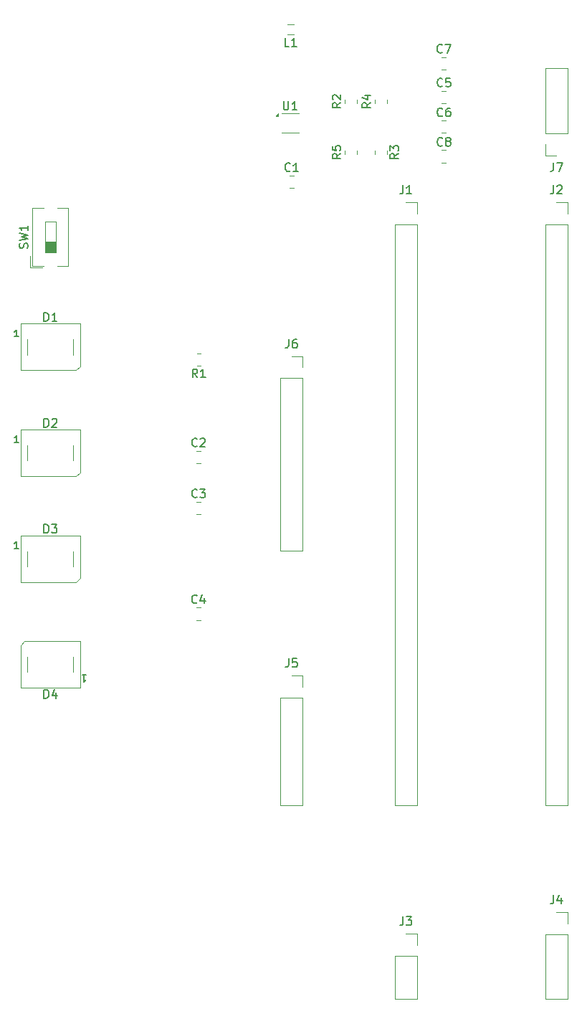
<source format=gbr>
%TF.GenerationSoftware,KiCad,Pcbnew,9.0.6*%
%TF.CreationDate,2025-11-19T01:17:59-05:00*%
%TF.ProjectId,pcb,7063622e-6b69-4636-9164-5f7063625858,rev?*%
%TF.SameCoordinates,Original*%
%TF.FileFunction,Legend,Top*%
%TF.FilePolarity,Positive*%
%FSLAX46Y46*%
G04 Gerber Fmt 4.6, Leading zero omitted, Abs format (unit mm)*
G04 Created by KiCad (PCBNEW 9.0.6) date 2025-11-19 01:17:59*
%MOMM*%
%LPD*%
G01*
G04 APERTURE LIST*
%ADD10C,0.150000*%
%ADD11C,0.120000*%
G04 APERTURE END LIST*
D10*
X90053333Y-115254580D02*
X90005714Y-115302200D01*
X90005714Y-115302200D02*
X89862857Y-115349819D01*
X89862857Y-115349819D02*
X89767619Y-115349819D01*
X89767619Y-115349819D02*
X89624762Y-115302200D01*
X89624762Y-115302200D02*
X89529524Y-115206961D01*
X89529524Y-115206961D02*
X89481905Y-115111723D01*
X89481905Y-115111723D02*
X89434286Y-114921247D01*
X89434286Y-114921247D02*
X89434286Y-114778390D01*
X89434286Y-114778390D02*
X89481905Y-114587914D01*
X89481905Y-114587914D02*
X89529524Y-114492676D01*
X89529524Y-114492676D02*
X89624762Y-114397438D01*
X89624762Y-114397438D02*
X89767619Y-114349819D01*
X89767619Y-114349819D02*
X89862857Y-114349819D01*
X89862857Y-114349819D02*
X90005714Y-114397438D01*
X90005714Y-114397438D02*
X90053333Y-114445057D01*
X90910476Y-114683152D02*
X90910476Y-115349819D01*
X90672381Y-114302200D02*
X90434286Y-115016485D01*
X90434286Y-115016485D02*
X91053333Y-115016485D01*
X90053333Y-96754580D02*
X90005714Y-96802200D01*
X90005714Y-96802200D02*
X89862857Y-96849819D01*
X89862857Y-96849819D02*
X89767619Y-96849819D01*
X89767619Y-96849819D02*
X89624762Y-96802200D01*
X89624762Y-96802200D02*
X89529524Y-96706961D01*
X89529524Y-96706961D02*
X89481905Y-96611723D01*
X89481905Y-96611723D02*
X89434286Y-96421247D01*
X89434286Y-96421247D02*
X89434286Y-96278390D01*
X89434286Y-96278390D02*
X89481905Y-96087914D01*
X89481905Y-96087914D02*
X89529524Y-95992676D01*
X89529524Y-95992676D02*
X89624762Y-95897438D01*
X89624762Y-95897438D02*
X89767619Y-95849819D01*
X89767619Y-95849819D02*
X89862857Y-95849819D01*
X89862857Y-95849819D02*
X90005714Y-95897438D01*
X90005714Y-95897438D02*
X90053333Y-95945057D01*
X90434286Y-95945057D02*
X90481905Y-95897438D01*
X90481905Y-95897438D02*
X90577143Y-95849819D01*
X90577143Y-95849819D02*
X90815238Y-95849819D01*
X90815238Y-95849819D02*
X90910476Y-95897438D01*
X90910476Y-95897438D02*
X90958095Y-95945057D01*
X90958095Y-95945057D02*
X91005714Y-96040295D01*
X91005714Y-96040295D02*
X91005714Y-96135533D01*
X91005714Y-96135533D02*
X90958095Y-96278390D01*
X90958095Y-96278390D02*
X90386667Y-96849819D01*
X90386667Y-96849819D02*
X91005714Y-96849819D01*
X100283595Y-56079819D02*
X100283595Y-56889342D01*
X100283595Y-56889342D02*
X100331214Y-56984580D01*
X100331214Y-56984580D02*
X100378833Y-57032200D01*
X100378833Y-57032200D02*
X100474071Y-57079819D01*
X100474071Y-57079819D02*
X100664547Y-57079819D01*
X100664547Y-57079819D02*
X100759785Y-57032200D01*
X100759785Y-57032200D02*
X100807404Y-56984580D01*
X100807404Y-56984580D02*
X100855023Y-56889342D01*
X100855023Y-56889342D02*
X100855023Y-56079819D01*
X101855023Y-57079819D02*
X101283595Y-57079819D01*
X101569309Y-57079819D02*
X101569309Y-56079819D01*
X101569309Y-56079819D02*
X101474071Y-56222676D01*
X101474071Y-56222676D02*
X101378833Y-56317914D01*
X101378833Y-56317914D02*
X101283595Y-56365533D01*
X113862319Y-62241666D02*
X113386128Y-62574999D01*
X113862319Y-62813094D02*
X112862319Y-62813094D01*
X112862319Y-62813094D02*
X112862319Y-62432142D01*
X112862319Y-62432142D02*
X112909938Y-62336904D01*
X112909938Y-62336904D02*
X112957557Y-62289285D01*
X112957557Y-62289285D02*
X113052795Y-62241666D01*
X113052795Y-62241666D02*
X113195652Y-62241666D01*
X113195652Y-62241666D02*
X113290890Y-62289285D01*
X113290890Y-62289285D02*
X113338509Y-62336904D01*
X113338509Y-62336904D02*
X113386128Y-62432142D01*
X113386128Y-62432142D02*
X113386128Y-62813094D01*
X112862319Y-61908332D02*
X112862319Y-61289285D01*
X112862319Y-61289285D02*
X113243271Y-61622618D01*
X113243271Y-61622618D02*
X113243271Y-61479761D01*
X113243271Y-61479761D02*
X113290890Y-61384523D01*
X113290890Y-61384523D02*
X113338509Y-61336904D01*
X113338509Y-61336904D02*
X113433747Y-61289285D01*
X113433747Y-61289285D02*
X113671842Y-61289285D01*
X113671842Y-61289285D02*
X113767080Y-61336904D01*
X113767080Y-61336904D02*
X113814700Y-61384523D01*
X113814700Y-61384523D02*
X113862319Y-61479761D01*
X113862319Y-61479761D02*
X113862319Y-61765475D01*
X113862319Y-61765475D02*
X113814700Y-61860713D01*
X113814700Y-61860713D02*
X113767080Y-61908332D01*
X71981905Y-126529819D02*
X71981905Y-125529819D01*
X71981905Y-125529819D02*
X72220000Y-125529819D01*
X72220000Y-125529819D02*
X72362857Y-125577438D01*
X72362857Y-125577438D02*
X72458095Y-125672676D01*
X72458095Y-125672676D02*
X72505714Y-125767914D01*
X72505714Y-125767914D02*
X72553333Y-125958390D01*
X72553333Y-125958390D02*
X72553333Y-126101247D01*
X72553333Y-126101247D02*
X72505714Y-126291723D01*
X72505714Y-126291723D02*
X72458095Y-126386961D01*
X72458095Y-126386961D02*
X72362857Y-126482200D01*
X72362857Y-126482200D02*
X72220000Y-126529819D01*
X72220000Y-126529819D02*
X71981905Y-126529819D01*
X73410476Y-125863152D02*
X73410476Y-126529819D01*
X73172381Y-125482200D02*
X72934286Y-126196485D01*
X72934286Y-126196485D02*
X73553333Y-126196485D01*
X76491428Y-123812704D02*
X76948571Y-123812704D01*
X76719999Y-123812704D02*
X76719999Y-124612704D01*
X76719999Y-124612704D02*
X76796190Y-124498419D01*
X76796190Y-124498419D02*
X76872380Y-124422228D01*
X76872380Y-124422228D02*
X76948571Y-124384133D01*
X119053333Y-61254580D02*
X119005714Y-61302200D01*
X119005714Y-61302200D02*
X118862857Y-61349819D01*
X118862857Y-61349819D02*
X118767619Y-61349819D01*
X118767619Y-61349819D02*
X118624762Y-61302200D01*
X118624762Y-61302200D02*
X118529524Y-61206961D01*
X118529524Y-61206961D02*
X118481905Y-61111723D01*
X118481905Y-61111723D02*
X118434286Y-60921247D01*
X118434286Y-60921247D02*
X118434286Y-60778390D01*
X118434286Y-60778390D02*
X118481905Y-60587914D01*
X118481905Y-60587914D02*
X118529524Y-60492676D01*
X118529524Y-60492676D02*
X118624762Y-60397438D01*
X118624762Y-60397438D02*
X118767619Y-60349819D01*
X118767619Y-60349819D02*
X118862857Y-60349819D01*
X118862857Y-60349819D02*
X119005714Y-60397438D01*
X119005714Y-60397438D02*
X119053333Y-60445057D01*
X119624762Y-60778390D02*
X119529524Y-60730771D01*
X119529524Y-60730771D02*
X119481905Y-60683152D01*
X119481905Y-60683152D02*
X119434286Y-60587914D01*
X119434286Y-60587914D02*
X119434286Y-60540295D01*
X119434286Y-60540295D02*
X119481905Y-60445057D01*
X119481905Y-60445057D02*
X119529524Y-60397438D01*
X119529524Y-60397438D02*
X119624762Y-60349819D01*
X119624762Y-60349819D02*
X119815238Y-60349819D01*
X119815238Y-60349819D02*
X119910476Y-60397438D01*
X119910476Y-60397438D02*
X119958095Y-60445057D01*
X119958095Y-60445057D02*
X120005714Y-60540295D01*
X120005714Y-60540295D02*
X120005714Y-60587914D01*
X120005714Y-60587914D02*
X119958095Y-60683152D01*
X119958095Y-60683152D02*
X119910476Y-60730771D01*
X119910476Y-60730771D02*
X119815238Y-60778390D01*
X119815238Y-60778390D02*
X119624762Y-60778390D01*
X119624762Y-60778390D02*
X119529524Y-60826009D01*
X119529524Y-60826009D02*
X119481905Y-60873628D01*
X119481905Y-60873628D02*
X119434286Y-60968866D01*
X119434286Y-60968866D02*
X119434286Y-61159342D01*
X119434286Y-61159342D02*
X119481905Y-61254580D01*
X119481905Y-61254580D02*
X119529524Y-61302200D01*
X119529524Y-61302200D02*
X119624762Y-61349819D01*
X119624762Y-61349819D02*
X119815238Y-61349819D01*
X119815238Y-61349819D02*
X119910476Y-61302200D01*
X119910476Y-61302200D02*
X119958095Y-61254580D01*
X119958095Y-61254580D02*
X120005714Y-61159342D01*
X120005714Y-61159342D02*
X120005714Y-60968866D01*
X120005714Y-60968866D02*
X119958095Y-60873628D01*
X119958095Y-60873628D02*
X119910476Y-60826009D01*
X119910476Y-60826009D02*
X119815238Y-60778390D01*
X119015833Y-50254580D02*
X118968214Y-50302200D01*
X118968214Y-50302200D02*
X118825357Y-50349819D01*
X118825357Y-50349819D02*
X118730119Y-50349819D01*
X118730119Y-50349819D02*
X118587262Y-50302200D01*
X118587262Y-50302200D02*
X118492024Y-50206961D01*
X118492024Y-50206961D02*
X118444405Y-50111723D01*
X118444405Y-50111723D02*
X118396786Y-49921247D01*
X118396786Y-49921247D02*
X118396786Y-49778390D01*
X118396786Y-49778390D02*
X118444405Y-49587914D01*
X118444405Y-49587914D02*
X118492024Y-49492676D01*
X118492024Y-49492676D02*
X118587262Y-49397438D01*
X118587262Y-49397438D02*
X118730119Y-49349819D01*
X118730119Y-49349819D02*
X118825357Y-49349819D01*
X118825357Y-49349819D02*
X118968214Y-49397438D01*
X118968214Y-49397438D02*
X119015833Y-49445057D01*
X119349167Y-49349819D02*
X120015833Y-49349819D01*
X120015833Y-49349819D02*
X119587262Y-50349819D01*
X132166666Y-63339819D02*
X132166666Y-64054104D01*
X132166666Y-64054104D02*
X132119047Y-64196961D01*
X132119047Y-64196961D02*
X132023809Y-64292200D01*
X132023809Y-64292200D02*
X131880952Y-64339819D01*
X131880952Y-64339819D02*
X131785714Y-64339819D01*
X132547619Y-63339819D02*
X133214285Y-63339819D01*
X133214285Y-63339819D02*
X132785714Y-64339819D01*
X132166666Y-65984819D02*
X132166666Y-66699104D01*
X132166666Y-66699104D02*
X132119047Y-66841961D01*
X132119047Y-66841961D02*
X132023809Y-66937200D01*
X132023809Y-66937200D02*
X131880952Y-66984819D01*
X131880952Y-66984819D02*
X131785714Y-66984819D01*
X132595238Y-66080057D02*
X132642857Y-66032438D01*
X132642857Y-66032438D02*
X132738095Y-65984819D01*
X132738095Y-65984819D02*
X132976190Y-65984819D01*
X132976190Y-65984819D02*
X133071428Y-66032438D01*
X133071428Y-66032438D02*
X133119047Y-66080057D01*
X133119047Y-66080057D02*
X133166666Y-66175295D01*
X133166666Y-66175295D02*
X133166666Y-66270533D01*
X133166666Y-66270533D02*
X133119047Y-66413390D01*
X133119047Y-66413390D02*
X132547619Y-66984819D01*
X132547619Y-66984819D02*
X133166666Y-66984819D01*
X100940833Y-49579819D02*
X100464643Y-49579819D01*
X100464643Y-49579819D02*
X100464643Y-48579819D01*
X101797976Y-49579819D02*
X101226548Y-49579819D01*
X101512262Y-49579819D02*
X101512262Y-48579819D01*
X101512262Y-48579819D02*
X101417024Y-48722676D01*
X101417024Y-48722676D02*
X101321786Y-48817914D01*
X101321786Y-48817914D02*
X101226548Y-48865533D01*
X101053333Y-64254580D02*
X101005714Y-64302200D01*
X101005714Y-64302200D02*
X100862857Y-64349819D01*
X100862857Y-64349819D02*
X100767619Y-64349819D01*
X100767619Y-64349819D02*
X100624762Y-64302200D01*
X100624762Y-64302200D02*
X100529524Y-64206961D01*
X100529524Y-64206961D02*
X100481905Y-64111723D01*
X100481905Y-64111723D02*
X100434286Y-63921247D01*
X100434286Y-63921247D02*
X100434286Y-63778390D01*
X100434286Y-63778390D02*
X100481905Y-63587914D01*
X100481905Y-63587914D02*
X100529524Y-63492676D01*
X100529524Y-63492676D02*
X100624762Y-63397438D01*
X100624762Y-63397438D02*
X100767619Y-63349819D01*
X100767619Y-63349819D02*
X100862857Y-63349819D01*
X100862857Y-63349819D02*
X101005714Y-63397438D01*
X101005714Y-63397438D02*
X101053333Y-63445057D01*
X102005714Y-64349819D02*
X101434286Y-64349819D01*
X101720000Y-64349819D02*
X101720000Y-63349819D01*
X101720000Y-63349819D02*
X101624762Y-63492676D01*
X101624762Y-63492676D02*
X101529524Y-63587914D01*
X101529524Y-63587914D02*
X101434286Y-63635533D01*
X71981905Y-107029819D02*
X71981905Y-106029819D01*
X71981905Y-106029819D02*
X72220000Y-106029819D01*
X72220000Y-106029819D02*
X72362857Y-106077438D01*
X72362857Y-106077438D02*
X72458095Y-106172676D01*
X72458095Y-106172676D02*
X72505714Y-106267914D01*
X72505714Y-106267914D02*
X72553333Y-106458390D01*
X72553333Y-106458390D02*
X72553333Y-106601247D01*
X72553333Y-106601247D02*
X72505714Y-106791723D01*
X72505714Y-106791723D02*
X72458095Y-106886961D01*
X72458095Y-106886961D02*
X72362857Y-106982200D01*
X72362857Y-106982200D02*
X72220000Y-107029819D01*
X72220000Y-107029819D02*
X71981905Y-107029819D01*
X72886667Y-106029819D02*
X73505714Y-106029819D01*
X73505714Y-106029819D02*
X73172381Y-106410771D01*
X73172381Y-106410771D02*
X73315238Y-106410771D01*
X73315238Y-106410771D02*
X73410476Y-106458390D01*
X73410476Y-106458390D02*
X73458095Y-106506009D01*
X73458095Y-106506009D02*
X73505714Y-106601247D01*
X73505714Y-106601247D02*
X73505714Y-106839342D01*
X73505714Y-106839342D02*
X73458095Y-106934580D01*
X73458095Y-106934580D02*
X73410476Y-106982200D01*
X73410476Y-106982200D02*
X73315238Y-107029819D01*
X73315238Y-107029819D02*
X73029524Y-107029819D01*
X73029524Y-107029819D02*
X72934286Y-106982200D01*
X72934286Y-106982200D02*
X72886667Y-106934580D01*
X68948571Y-108837295D02*
X68491428Y-108837295D01*
X68720000Y-108837295D02*
X68720000Y-108037295D01*
X68720000Y-108037295D02*
X68643809Y-108151580D01*
X68643809Y-108151580D02*
X68567619Y-108227771D01*
X68567619Y-108227771D02*
X68491428Y-108265866D01*
X114386666Y-152344819D02*
X114386666Y-153059104D01*
X114386666Y-153059104D02*
X114339047Y-153201961D01*
X114339047Y-153201961D02*
X114243809Y-153297200D01*
X114243809Y-153297200D02*
X114100952Y-153344819D01*
X114100952Y-153344819D02*
X114005714Y-153344819D01*
X114767619Y-152344819D02*
X115386666Y-152344819D01*
X115386666Y-152344819D02*
X115053333Y-152725771D01*
X115053333Y-152725771D02*
X115196190Y-152725771D01*
X115196190Y-152725771D02*
X115291428Y-152773390D01*
X115291428Y-152773390D02*
X115339047Y-152821009D01*
X115339047Y-152821009D02*
X115386666Y-152916247D01*
X115386666Y-152916247D02*
X115386666Y-153154342D01*
X115386666Y-153154342D02*
X115339047Y-153249580D01*
X115339047Y-153249580D02*
X115291428Y-153297200D01*
X115291428Y-153297200D02*
X115196190Y-153344819D01*
X115196190Y-153344819D02*
X114910476Y-153344819D01*
X114910476Y-153344819D02*
X114815238Y-153297200D01*
X114815238Y-153297200D02*
X114767619Y-153249580D01*
X119053333Y-57754580D02*
X119005714Y-57802200D01*
X119005714Y-57802200D02*
X118862857Y-57849819D01*
X118862857Y-57849819D02*
X118767619Y-57849819D01*
X118767619Y-57849819D02*
X118624762Y-57802200D01*
X118624762Y-57802200D02*
X118529524Y-57706961D01*
X118529524Y-57706961D02*
X118481905Y-57611723D01*
X118481905Y-57611723D02*
X118434286Y-57421247D01*
X118434286Y-57421247D02*
X118434286Y-57278390D01*
X118434286Y-57278390D02*
X118481905Y-57087914D01*
X118481905Y-57087914D02*
X118529524Y-56992676D01*
X118529524Y-56992676D02*
X118624762Y-56897438D01*
X118624762Y-56897438D02*
X118767619Y-56849819D01*
X118767619Y-56849819D02*
X118862857Y-56849819D01*
X118862857Y-56849819D02*
X119005714Y-56897438D01*
X119005714Y-56897438D02*
X119053333Y-56945057D01*
X119910476Y-56849819D02*
X119720000Y-56849819D01*
X119720000Y-56849819D02*
X119624762Y-56897438D01*
X119624762Y-56897438D02*
X119577143Y-56945057D01*
X119577143Y-56945057D02*
X119481905Y-57087914D01*
X119481905Y-57087914D02*
X119434286Y-57278390D01*
X119434286Y-57278390D02*
X119434286Y-57659342D01*
X119434286Y-57659342D02*
X119481905Y-57754580D01*
X119481905Y-57754580D02*
X119529524Y-57802200D01*
X119529524Y-57802200D02*
X119624762Y-57849819D01*
X119624762Y-57849819D02*
X119815238Y-57849819D01*
X119815238Y-57849819D02*
X119910476Y-57802200D01*
X119910476Y-57802200D02*
X119958095Y-57754580D01*
X119958095Y-57754580D02*
X120005714Y-57659342D01*
X120005714Y-57659342D02*
X120005714Y-57421247D01*
X120005714Y-57421247D02*
X119958095Y-57326009D01*
X119958095Y-57326009D02*
X119910476Y-57278390D01*
X119910476Y-57278390D02*
X119815238Y-57230771D01*
X119815238Y-57230771D02*
X119624762Y-57230771D01*
X119624762Y-57230771D02*
X119529524Y-57278390D01*
X119529524Y-57278390D02*
X119481905Y-57326009D01*
X119481905Y-57326009D02*
X119434286Y-57421247D01*
X107024819Y-56241666D02*
X106548628Y-56574999D01*
X107024819Y-56813094D02*
X106024819Y-56813094D01*
X106024819Y-56813094D02*
X106024819Y-56432142D01*
X106024819Y-56432142D02*
X106072438Y-56336904D01*
X106072438Y-56336904D02*
X106120057Y-56289285D01*
X106120057Y-56289285D02*
X106215295Y-56241666D01*
X106215295Y-56241666D02*
X106358152Y-56241666D01*
X106358152Y-56241666D02*
X106453390Y-56289285D01*
X106453390Y-56289285D02*
X106501009Y-56336904D01*
X106501009Y-56336904D02*
X106548628Y-56432142D01*
X106548628Y-56432142D02*
X106548628Y-56813094D01*
X106120057Y-55860713D02*
X106072438Y-55813094D01*
X106072438Y-55813094D02*
X106024819Y-55717856D01*
X106024819Y-55717856D02*
X106024819Y-55479761D01*
X106024819Y-55479761D02*
X106072438Y-55384523D01*
X106072438Y-55384523D02*
X106120057Y-55336904D01*
X106120057Y-55336904D02*
X106215295Y-55289285D01*
X106215295Y-55289285D02*
X106310533Y-55289285D01*
X106310533Y-55289285D02*
X106453390Y-55336904D01*
X106453390Y-55336904D02*
X107024819Y-55908332D01*
X107024819Y-55908332D02*
X107024819Y-55289285D01*
X71981905Y-94529819D02*
X71981905Y-93529819D01*
X71981905Y-93529819D02*
X72220000Y-93529819D01*
X72220000Y-93529819D02*
X72362857Y-93577438D01*
X72362857Y-93577438D02*
X72458095Y-93672676D01*
X72458095Y-93672676D02*
X72505714Y-93767914D01*
X72505714Y-93767914D02*
X72553333Y-93958390D01*
X72553333Y-93958390D02*
X72553333Y-94101247D01*
X72553333Y-94101247D02*
X72505714Y-94291723D01*
X72505714Y-94291723D02*
X72458095Y-94386961D01*
X72458095Y-94386961D02*
X72362857Y-94482200D01*
X72362857Y-94482200D02*
X72220000Y-94529819D01*
X72220000Y-94529819D02*
X71981905Y-94529819D01*
X72934286Y-93625057D02*
X72981905Y-93577438D01*
X72981905Y-93577438D02*
X73077143Y-93529819D01*
X73077143Y-93529819D02*
X73315238Y-93529819D01*
X73315238Y-93529819D02*
X73410476Y-93577438D01*
X73410476Y-93577438D02*
X73458095Y-93625057D01*
X73458095Y-93625057D02*
X73505714Y-93720295D01*
X73505714Y-93720295D02*
X73505714Y-93815533D01*
X73505714Y-93815533D02*
X73458095Y-93958390D01*
X73458095Y-93958390D02*
X72886667Y-94529819D01*
X72886667Y-94529819D02*
X73505714Y-94529819D01*
X68948571Y-96337295D02*
X68491428Y-96337295D01*
X68720000Y-96337295D02*
X68720000Y-95537295D01*
X68720000Y-95537295D02*
X68643809Y-95651580D01*
X68643809Y-95651580D02*
X68567619Y-95727771D01*
X68567619Y-95727771D02*
X68491428Y-95765866D01*
X90053333Y-102754580D02*
X90005714Y-102802200D01*
X90005714Y-102802200D02*
X89862857Y-102849819D01*
X89862857Y-102849819D02*
X89767619Y-102849819D01*
X89767619Y-102849819D02*
X89624762Y-102802200D01*
X89624762Y-102802200D02*
X89529524Y-102706961D01*
X89529524Y-102706961D02*
X89481905Y-102611723D01*
X89481905Y-102611723D02*
X89434286Y-102421247D01*
X89434286Y-102421247D02*
X89434286Y-102278390D01*
X89434286Y-102278390D02*
X89481905Y-102087914D01*
X89481905Y-102087914D02*
X89529524Y-101992676D01*
X89529524Y-101992676D02*
X89624762Y-101897438D01*
X89624762Y-101897438D02*
X89767619Y-101849819D01*
X89767619Y-101849819D02*
X89862857Y-101849819D01*
X89862857Y-101849819D02*
X90005714Y-101897438D01*
X90005714Y-101897438D02*
X90053333Y-101945057D01*
X90386667Y-101849819D02*
X91005714Y-101849819D01*
X91005714Y-101849819D02*
X90672381Y-102230771D01*
X90672381Y-102230771D02*
X90815238Y-102230771D01*
X90815238Y-102230771D02*
X90910476Y-102278390D01*
X90910476Y-102278390D02*
X90958095Y-102326009D01*
X90958095Y-102326009D02*
X91005714Y-102421247D01*
X91005714Y-102421247D02*
X91005714Y-102659342D01*
X91005714Y-102659342D02*
X90958095Y-102754580D01*
X90958095Y-102754580D02*
X90910476Y-102802200D01*
X90910476Y-102802200D02*
X90815238Y-102849819D01*
X90815238Y-102849819D02*
X90529524Y-102849819D01*
X90529524Y-102849819D02*
X90434286Y-102802200D01*
X90434286Y-102802200D02*
X90386667Y-102754580D01*
X107024819Y-62241666D02*
X106548628Y-62574999D01*
X107024819Y-62813094D02*
X106024819Y-62813094D01*
X106024819Y-62813094D02*
X106024819Y-62432142D01*
X106024819Y-62432142D02*
X106072438Y-62336904D01*
X106072438Y-62336904D02*
X106120057Y-62289285D01*
X106120057Y-62289285D02*
X106215295Y-62241666D01*
X106215295Y-62241666D02*
X106358152Y-62241666D01*
X106358152Y-62241666D02*
X106453390Y-62289285D01*
X106453390Y-62289285D02*
X106501009Y-62336904D01*
X106501009Y-62336904D02*
X106548628Y-62432142D01*
X106548628Y-62432142D02*
X106548628Y-62813094D01*
X106024819Y-61336904D02*
X106024819Y-61813094D01*
X106024819Y-61813094D02*
X106501009Y-61860713D01*
X106501009Y-61860713D02*
X106453390Y-61813094D01*
X106453390Y-61813094D02*
X106405771Y-61717856D01*
X106405771Y-61717856D02*
X106405771Y-61479761D01*
X106405771Y-61479761D02*
X106453390Y-61384523D01*
X106453390Y-61384523D02*
X106501009Y-61336904D01*
X106501009Y-61336904D02*
X106596247Y-61289285D01*
X106596247Y-61289285D02*
X106834342Y-61289285D01*
X106834342Y-61289285D02*
X106929580Y-61336904D01*
X106929580Y-61336904D02*
X106977200Y-61384523D01*
X106977200Y-61384523D02*
X107024819Y-61479761D01*
X107024819Y-61479761D02*
X107024819Y-61717856D01*
X107024819Y-61717856D02*
X106977200Y-61813094D01*
X106977200Y-61813094D02*
X106929580Y-61860713D01*
X119053333Y-54254580D02*
X119005714Y-54302200D01*
X119005714Y-54302200D02*
X118862857Y-54349819D01*
X118862857Y-54349819D02*
X118767619Y-54349819D01*
X118767619Y-54349819D02*
X118624762Y-54302200D01*
X118624762Y-54302200D02*
X118529524Y-54206961D01*
X118529524Y-54206961D02*
X118481905Y-54111723D01*
X118481905Y-54111723D02*
X118434286Y-53921247D01*
X118434286Y-53921247D02*
X118434286Y-53778390D01*
X118434286Y-53778390D02*
X118481905Y-53587914D01*
X118481905Y-53587914D02*
X118529524Y-53492676D01*
X118529524Y-53492676D02*
X118624762Y-53397438D01*
X118624762Y-53397438D02*
X118767619Y-53349819D01*
X118767619Y-53349819D02*
X118862857Y-53349819D01*
X118862857Y-53349819D02*
X119005714Y-53397438D01*
X119005714Y-53397438D02*
X119053333Y-53445057D01*
X119958095Y-53349819D02*
X119481905Y-53349819D01*
X119481905Y-53349819D02*
X119434286Y-53826009D01*
X119434286Y-53826009D02*
X119481905Y-53778390D01*
X119481905Y-53778390D02*
X119577143Y-53730771D01*
X119577143Y-53730771D02*
X119815238Y-53730771D01*
X119815238Y-53730771D02*
X119910476Y-53778390D01*
X119910476Y-53778390D02*
X119958095Y-53826009D01*
X119958095Y-53826009D02*
X120005714Y-53921247D01*
X120005714Y-53921247D02*
X120005714Y-54159342D01*
X120005714Y-54159342D02*
X119958095Y-54254580D01*
X119958095Y-54254580D02*
X119910476Y-54302200D01*
X119910476Y-54302200D02*
X119815238Y-54349819D01*
X119815238Y-54349819D02*
X119577143Y-54349819D01*
X119577143Y-54349819D02*
X119481905Y-54302200D01*
X119481905Y-54302200D02*
X119434286Y-54254580D01*
X114386666Y-65984819D02*
X114386666Y-66699104D01*
X114386666Y-66699104D02*
X114339047Y-66841961D01*
X114339047Y-66841961D02*
X114243809Y-66937200D01*
X114243809Y-66937200D02*
X114100952Y-66984819D01*
X114100952Y-66984819D02*
X114005714Y-66984819D01*
X115386666Y-66984819D02*
X114815238Y-66984819D01*
X115100952Y-66984819D02*
X115100952Y-65984819D01*
X115100952Y-65984819D02*
X115005714Y-66127676D01*
X115005714Y-66127676D02*
X114910476Y-66222914D01*
X114910476Y-66222914D02*
X114815238Y-66270533D01*
X90090833Y-88679819D02*
X89757500Y-88203628D01*
X89519405Y-88679819D02*
X89519405Y-87679819D01*
X89519405Y-87679819D02*
X89900357Y-87679819D01*
X89900357Y-87679819D02*
X89995595Y-87727438D01*
X89995595Y-87727438D02*
X90043214Y-87775057D01*
X90043214Y-87775057D02*
X90090833Y-87870295D01*
X90090833Y-87870295D02*
X90090833Y-88013152D01*
X90090833Y-88013152D02*
X90043214Y-88108390D01*
X90043214Y-88108390D02*
X89995595Y-88156009D01*
X89995595Y-88156009D02*
X89900357Y-88203628D01*
X89900357Y-88203628D02*
X89519405Y-88203628D01*
X91043214Y-88679819D02*
X90471786Y-88679819D01*
X90757500Y-88679819D02*
X90757500Y-87679819D01*
X90757500Y-87679819D02*
X90662262Y-87822676D01*
X90662262Y-87822676D02*
X90567024Y-87917914D01*
X90567024Y-87917914D02*
X90471786Y-87965533D01*
X100886666Y-121864819D02*
X100886666Y-122579104D01*
X100886666Y-122579104D02*
X100839047Y-122721961D01*
X100839047Y-122721961D02*
X100743809Y-122817200D01*
X100743809Y-122817200D02*
X100600952Y-122864819D01*
X100600952Y-122864819D02*
X100505714Y-122864819D01*
X101839047Y-121864819D02*
X101362857Y-121864819D01*
X101362857Y-121864819D02*
X101315238Y-122341009D01*
X101315238Y-122341009D02*
X101362857Y-122293390D01*
X101362857Y-122293390D02*
X101458095Y-122245771D01*
X101458095Y-122245771D02*
X101696190Y-122245771D01*
X101696190Y-122245771D02*
X101791428Y-122293390D01*
X101791428Y-122293390D02*
X101839047Y-122341009D01*
X101839047Y-122341009D02*
X101886666Y-122436247D01*
X101886666Y-122436247D02*
X101886666Y-122674342D01*
X101886666Y-122674342D02*
X101839047Y-122769580D01*
X101839047Y-122769580D02*
X101791428Y-122817200D01*
X101791428Y-122817200D02*
X101696190Y-122864819D01*
X101696190Y-122864819D02*
X101458095Y-122864819D01*
X101458095Y-122864819D02*
X101362857Y-122817200D01*
X101362857Y-122817200D02*
X101315238Y-122769580D01*
X70017200Y-73408332D02*
X70064819Y-73265475D01*
X70064819Y-73265475D02*
X70064819Y-73027380D01*
X70064819Y-73027380D02*
X70017200Y-72932142D01*
X70017200Y-72932142D02*
X69969580Y-72884523D01*
X69969580Y-72884523D02*
X69874342Y-72836904D01*
X69874342Y-72836904D02*
X69779104Y-72836904D01*
X69779104Y-72836904D02*
X69683866Y-72884523D01*
X69683866Y-72884523D02*
X69636247Y-72932142D01*
X69636247Y-72932142D02*
X69588628Y-73027380D01*
X69588628Y-73027380D02*
X69541009Y-73217856D01*
X69541009Y-73217856D02*
X69493390Y-73313094D01*
X69493390Y-73313094D02*
X69445771Y-73360713D01*
X69445771Y-73360713D02*
X69350533Y-73408332D01*
X69350533Y-73408332D02*
X69255295Y-73408332D01*
X69255295Y-73408332D02*
X69160057Y-73360713D01*
X69160057Y-73360713D02*
X69112438Y-73313094D01*
X69112438Y-73313094D02*
X69064819Y-73217856D01*
X69064819Y-73217856D02*
X69064819Y-72979761D01*
X69064819Y-72979761D02*
X69112438Y-72836904D01*
X69064819Y-72503570D02*
X70064819Y-72265475D01*
X70064819Y-72265475D02*
X69350533Y-72074999D01*
X69350533Y-72074999D02*
X70064819Y-71884523D01*
X70064819Y-71884523D02*
X69064819Y-71646428D01*
X70064819Y-70741666D02*
X70064819Y-71313094D01*
X70064819Y-71027380D02*
X69064819Y-71027380D01*
X69064819Y-71027380D02*
X69207676Y-71122618D01*
X69207676Y-71122618D02*
X69302914Y-71217856D01*
X69302914Y-71217856D02*
X69350533Y-71313094D01*
X71981905Y-82029819D02*
X71981905Y-81029819D01*
X71981905Y-81029819D02*
X72220000Y-81029819D01*
X72220000Y-81029819D02*
X72362857Y-81077438D01*
X72362857Y-81077438D02*
X72458095Y-81172676D01*
X72458095Y-81172676D02*
X72505714Y-81267914D01*
X72505714Y-81267914D02*
X72553333Y-81458390D01*
X72553333Y-81458390D02*
X72553333Y-81601247D01*
X72553333Y-81601247D02*
X72505714Y-81791723D01*
X72505714Y-81791723D02*
X72458095Y-81886961D01*
X72458095Y-81886961D02*
X72362857Y-81982200D01*
X72362857Y-81982200D02*
X72220000Y-82029819D01*
X72220000Y-82029819D02*
X71981905Y-82029819D01*
X73505714Y-82029819D02*
X72934286Y-82029819D01*
X73220000Y-82029819D02*
X73220000Y-81029819D01*
X73220000Y-81029819D02*
X73124762Y-81172676D01*
X73124762Y-81172676D02*
X73029524Y-81267914D01*
X73029524Y-81267914D02*
X72934286Y-81315533D01*
X68948571Y-83837295D02*
X68491428Y-83837295D01*
X68720000Y-83837295D02*
X68720000Y-83037295D01*
X68720000Y-83037295D02*
X68643809Y-83151580D01*
X68643809Y-83151580D02*
X68567619Y-83227771D01*
X68567619Y-83227771D02*
X68491428Y-83265866D01*
X100886666Y-84179819D02*
X100886666Y-84894104D01*
X100886666Y-84894104D02*
X100839047Y-85036961D01*
X100839047Y-85036961D02*
X100743809Y-85132200D01*
X100743809Y-85132200D02*
X100600952Y-85179819D01*
X100600952Y-85179819D02*
X100505714Y-85179819D01*
X101791428Y-84179819D02*
X101600952Y-84179819D01*
X101600952Y-84179819D02*
X101505714Y-84227438D01*
X101505714Y-84227438D02*
X101458095Y-84275057D01*
X101458095Y-84275057D02*
X101362857Y-84417914D01*
X101362857Y-84417914D02*
X101315238Y-84608390D01*
X101315238Y-84608390D02*
X101315238Y-84989342D01*
X101315238Y-84989342D02*
X101362857Y-85084580D01*
X101362857Y-85084580D02*
X101410476Y-85132200D01*
X101410476Y-85132200D02*
X101505714Y-85179819D01*
X101505714Y-85179819D02*
X101696190Y-85179819D01*
X101696190Y-85179819D02*
X101791428Y-85132200D01*
X101791428Y-85132200D02*
X101839047Y-85084580D01*
X101839047Y-85084580D02*
X101886666Y-84989342D01*
X101886666Y-84989342D02*
X101886666Y-84751247D01*
X101886666Y-84751247D02*
X101839047Y-84656009D01*
X101839047Y-84656009D02*
X101791428Y-84608390D01*
X101791428Y-84608390D02*
X101696190Y-84560771D01*
X101696190Y-84560771D02*
X101505714Y-84560771D01*
X101505714Y-84560771D02*
X101410476Y-84608390D01*
X101410476Y-84608390D02*
X101362857Y-84656009D01*
X101362857Y-84656009D02*
X101315238Y-84751247D01*
X110562319Y-56241666D02*
X110086128Y-56574999D01*
X110562319Y-56813094D02*
X109562319Y-56813094D01*
X109562319Y-56813094D02*
X109562319Y-56432142D01*
X109562319Y-56432142D02*
X109609938Y-56336904D01*
X109609938Y-56336904D02*
X109657557Y-56289285D01*
X109657557Y-56289285D02*
X109752795Y-56241666D01*
X109752795Y-56241666D02*
X109895652Y-56241666D01*
X109895652Y-56241666D02*
X109990890Y-56289285D01*
X109990890Y-56289285D02*
X110038509Y-56336904D01*
X110038509Y-56336904D02*
X110086128Y-56432142D01*
X110086128Y-56432142D02*
X110086128Y-56813094D01*
X109895652Y-55384523D02*
X110562319Y-55384523D01*
X109514700Y-55622618D02*
X110228985Y-55860713D01*
X110228985Y-55860713D02*
X110228985Y-55241666D01*
X132166666Y-149804819D02*
X132166666Y-150519104D01*
X132166666Y-150519104D02*
X132119047Y-150661961D01*
X132119047Y-150661961D02*
X132023809Y-150757200D01*
X132023809Y-150757200D02*
X131880952Y-150804819D01*
X131880952Y-150804819D02*
X131785714Y-150804819D01*
X133071428Y-150138152D02*
X133071428Y-150804819D01*
X132833333Y-149757200D02*
X132595238Y-150471485D01*
X132595238Y-150471485D02*
X133214285Y-150471485D01*
D11*
%TO.C,C4*%
X89958748Y-115840000D02*
X90481252Y-115840000D01*
X89958748Y-117310000D02*
X90481252Y-117310000D01*
%TO.C,C2*%
X89958748Y-97340000D02*
X90481252Y-97340000D01*
X89958748Y-98810000D02*
X90481252Y-98810000D01*
%TO.C,U1*%
X100045500Y-57515000D02*
X102045500Y-57515000D01*
X102045500Y-59735000D02*
X100045500Y-59735000D01*
X99645500Y-57785000D02*
X99365500Y-57785000D01*
X99645500Y-57505000D01*
X99645500Y-57785000D01*
G36*
X99645500Y-57785000D02*
G01*
X99365500Y-57785000D01*
X99645500Y-57505000D01*
X99645500Y-57785000D01*
G37*
%TO.C,R3*%
X111022500Y-61847936D02*
X111022500Y-62302064D01*
X112492500Y-61847936D02*
X112492500Y-62302064D01*
%TO.C,D4*%
X69220000Y-120275000D02*
X69220000Y-125325000D01*
X69670000Y-119825000D02*
X69220000Y-120275000D01*
X70020000Y-121675000D02*
X70020000Y-123475000D01*
X75420000Y-121675000D02*
X75420000Y-123475000D01*
X76220000Y-119825000D02*
X69670000Y-119825000D01*
X76220000Y-125325000D02*
X69220000Y-125325000D01*
X76220000Y-125325000D02*
X76220000Y-119825000D01*
%TO.C,C8*%
X118958748Y-61840000D02*
X119481252Y-61840000D01*
X118958748Y-63310000D02*
X119481252Y-63310000D01*
%TO.C,C7*%
X118921248Y-50840000D02*
X119443752Y-50840000D01*
X118921248Y-52310000D02*
X119443752Y-52310000D01*
%TO.C,J7*%
X131170000Y-59845000D02*
X131170000Y-52165000D01*
X131170000Y-62445000D02*
X131170000Y-61115000D01*
X132500000Y-62445000D02*
X131170000Y-62445000D01*
X133830000Y-52165000D02*
X131170000Y-52165000D01*
X133830000Y-59845000D02*
X131170000Y-59845000D01*
X133830000Y-59845000D02*
X133830000Y-52165000D01*
%TO.C,J2*%
X131170000Y-70570000D02*
X131170000Y-139210000D01*
X131170000Y-70570000D02*
X133830000Y-70570000D01*
X131170000Y-139210000D02*
X133830000Y-139210000D01*
X132500000Y-67970000D02*
X133830000Y-67970000D01*
X133830000Y-67970000D02*
X133830000Y-69300000D01*
X133830000Y-70570000D02*
X133830000Y-139210000D01*
%TO.C,L1*%
X101517742Y-47015000D02*
X100697258Y-47015000D01*
X101517742Y-48135000D02*
X100697258Y-48135000D01*
%TO.C,C1*%
X100958748Y-64840000D02*
X101481252Y-64840000D01*
X100958748Y-66310000D02*
X101481252Y-66310000D01*
%TO.C,D3*%
X69220000Y-107325000D02*
X69220000Y-112825000D01*
X69220000Y-107325000D02*
X76220000Y-107325000D01*
X69220000Y-112825000D02*
X75770000Y-112825000D01*
X70020000Y-110975000D02*
X70020000Y-109175000D01*
X75420000Y-110975000D02*
X75420000Y-109175000D01*
X75770000Y-112825000D02*
X76220000Y-112375000D01*
X76220000Y-112375000D02*
X76220000Y-107325000D01*
%TO.C,J3*%
X113390000Y-156930000D02*
X113390000Y-162070000D01*
X113390000Y-156930000D02*
X116050000Y-156930000D01*
X113390000Y-162070000D02*
X116050000Y-162070000D01*
X114720000Y-154330000D02*
X116050000Y-154330000D01*
X116050000Y-154330000D02*
X116050000Y-155660000D01*
X116050000Y-156930000D02*
X116050000Y-162070000D01*
%TO.C,C6*%
X118958748Y-58340000D02*
X119481252Y-58340000D01*
X118958748Y-59810000D02*
X119481252Y-59810000D01*
%TO.C,R2*%
X107485000Y-56302064D02*
X107485000Y-55847936D01*
X108955000Y-56302064D02*
X108955000Y-55847936D01*
%TO.C,D2*%
X69220000Y-94825000D02*
X69220000Y-100325000D01*
X69220000Y-94825000D02*
X76220000Y-94825000D01*
X69220000Y-100325000D02*
X75770000Y-100325000D01*
X70020000Y-98475000D02*
X70020000Y-96675000D01*
X75420000Y-98475000D02*
X75420000Y-96675000D01*
X75770000Y-100325000D02*
X76220000Y-99875000D01*
X76220000Y-99875000D02*
X76220000Y-94825000D01*
%TO.C,C3*%
X89958748Y-103340000D02*
X90481252Y-103340000D01*
X89958748Y-104810000D02*
X90481252Y-104810000D01*
%TO.C,R5*%
X107485000Y-62302064D02*
X107485000Y-61847936D01*
X108955000Y-62302064D02*
X108955000Y-61847936D01*
%TO.C,C5*%
X118958748Y-54840000D02*
X119481252Y-54840000D01*
X118958748Y-56310000D02*
X119481252Y-56310000D01*
%TO.C,J1*%
X113390000Y-70570000D02*
X113390000Y-139210000D01*
X113390000Y-70570000D02*
X116050000Y-70570000D01*
X113390000Y-139210000D02*
X116050000Y-139210000D01*
X114720000Y-67970000D02*
X116050000Y-67970000D01*
X116050000Y-67970000D02*
X116050000Y-69300000D01*
X116050000Y-70570000D02*
X116050000Y-139210000D01*
%TO.C,R1*%
X90484564Y-85840000D02*
X90030436Y-85840000D01*
X90484564Y-87310000D02*
X90030436Y-87310000D01*
%TO.C,J5*%
X99890000Y-126450000D02*
X99890000Y-139210000D01*
X99890000Y-126450000D02*
X102550000Y-126450000D01*
X99890000Y-139210000D02*
X102550000Y-139210000D01*
X101220000Y-123850000D02*
X102550000Y-123850000D01*
X102550000Y-123850000D02*
X102550000Y-125180000D01*
X102550000Y-126450000D02*
X102550000Y-139210000D01*
%TO.C,SW1*%
X70370000Y-75725000D02*
X70370000Y-74342000D01*
X70370000Y-75725000D02*
X71753000Y-75725000D01*
X70610000Y-68665000D02*
X71920000Y-68665000D01*
X70610000Y-75485000D02*
X70610000Y-68665000D01*
X70610000Y-75485000D02*
X71920000Y-75485000D01*
X72085000Y-72678333D02*
X73355000Y-72678333D01*
X73520000Y-68665000D02*
X74830000Y-68665000D01*
X73520000Y-75485000D02*
X74830000Y-75485000D01*
X74830000Y-75485000D02*
X74830000Y-68665000D01*
X72085000Y-73885000D02*
X73355000Y-73885000D01*
X73355000Y-70265000D01*
X72085000Y-70265000D01*
X72085000Y-73885000D01*
X72085000Y-73885000D02*
X73355000Y-73885000D01*
X73355000Y-72678333D01*
X72085000Y-72678333D01*
X72085000Y-73885000D01*
G36*
X72085000Y-73885000D02*
G01*
X73355000Y-73885000D01*
X73355000Y-72678333D01*
X72085000Y-72678333D01*
X72085000Y-73885000D01*
G37*
%TO.C,D1*%
X69220000Y-82325000D02*
X69220000Y-87825000D01*
X69220000Y-82325000D02*
X76220000Y-82325000D01*
X69220000Y-87825000D02*
X75770000Y-87825000D01*
X70020000Y-85975000D02*
X70020000Y-84175000D01*
X75420000Y-85975000D02*
X75420000Y-84175000D01*
X75770000Y-87825000D02*
X76220000Y-87375000D01*
X76220000Y-87375000D02*
X76220000Y-82325000D01*
%TO.C,J6*%
X99890000Y-88765000D02*
X99890000Y-109145000D01*
X99890000Y-88765000D02*
X102550000Y-88765000D01*
X99890000Y-109145000D02*
X102550000Y-109145000D01*
X101220000Y-86165000D02*
X102550000Y-86165000D01*
X102550000Y-86165000D02*
X102550000Y-87495000D01*
X102550000Y-88765000D02*
X102550000Y-109145000D01*
%TO.C,R4*%
X111022500Y-56302064D02*
X111022500Y-55847936D01*
X112492500Y-56302064D02*
X112492500Y-55847936D01*
%TO.C,J4*%
X131170000Y-154390000D02*
X131170000Y-162070000D01*
X131170000Y-154390000D02*
X133830000Y-154390000D01*
X131170000Y-162070000D02*
X133830000Y-162070000D01*
X132500000Y-151790000D02*
X133830000Y-151790000D01*
X133830000Y-151790000D02*
X133830000Y-153120000D01*
X133830000Y-154390000D02*
X133830000Y-162070000D01*
%TD*%
M02*

</source>
